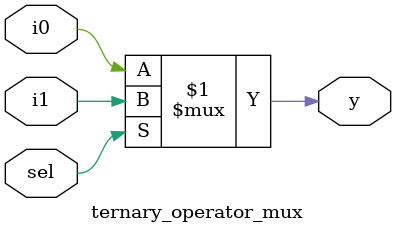
<source format=v>
module ternary_operator_mux (input i0 , input i1 , input sel , output y);
	assign y = sel?i1:i0;
	endmodule

</source>
